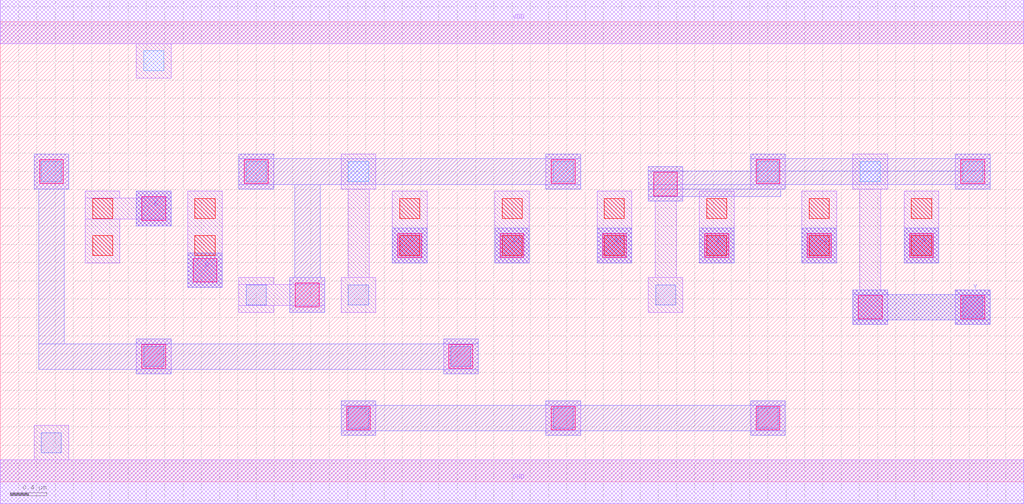
<source format=lef>
MACRO AOOAOAI22211
 CLASS CORE ;
 FOREIGN AOOAOAI22211 0 0 ;
 SIZE 11.200000000000001 BY 5.04 ;
 ORIGIN 0 0 ;
 SYMMETRY X Y R90 ;
 SITE unit ;
  PIN VDD
   DIRECTION INOUT ;
   USE POWER ;
   SHAPE ABUTMENT ;
    PORT
     CLASS CORE ;
       LAYER met1 ;
        RECT 0.00000000 4.80000000 11.20000000 5.28000000 ;
    END
  END VDD

  PIN GND
   DIRECTION INOUT ;
   USE POWER ;
   SHAPE ABUTMENT ;
    PORT
     CLASS CORE ;
       LAYER met1 ;
        RECT 0.00000000 -0.24000000 11.20000000 0.24000000 ;
    END
  END GND

  PIN Y
   DIRECTION INOUT ;
   USE SIGNAL ;
   SHAPE ABUTMENT ;
    PORT
     CLASS CORE ;
       LAYER met2 ;
        RECT 9.33000000 1.72200000 9.71000000 1.77200000 ;
        RECT 10.45000000 1.72200000 10.83000000 1.77200000 ;
        RECT 9.33000000 1.77200000 10.83000000 2.05200000 ;
        RECT 9.33000000 2.05200000 9.71000000 2.10200000 ;
        RECT 10.45000000 2.05200000 10.83000000 2.10200000 ;
    END
  END Y

  PIN B
   DIRECTION INOUT ;
   USE SIGNAL ;
   SHAPE ABUTMENT ;
    PORT
     CLASS CORE ;
       LAYER met2 ;
        RECT 7.65000000 2.39700000 8.03000000 2.77700000 ;
    END
  END B

  PIN C1
   DIRECTION INOUT ;
   USE SIGNAL ;
   SHAPE ABUTMENT ;
    PORT
     CLASS CORE ;
       LAYER met2 ;
        RECT 5.41000000 2.39700000 5.79000000 2.77700000 ;
    END
  END C1

  PIN C
   DIRECTION INOUT ;
   USE SIGNAL ;
   SHAPE ABUTMENT ;
    PORT
     CLASS CORE ;
       LAYER met2 ;
        RECT 4.29000000 2.39700000 4.67000000 2.77700000 ;
    END
  END C

  PIN D
   DIRECTION INOUT ;
   USE SIGNAL ;
   SHAPE ABUTMENT ;
    PORT
     CLASS CORE ;
       LAYER met2 ;
        RECT 2.05000000 2.12700000 2.43000000 2.50700000 ;
    END
  END D

  PIN A1
   DIRECTION INOUT ;
   USE SIGNAL ;
   SHAPE ABUTMENT ;
    PORT
     CLASS CORE ;
       LAYER met2 ;
        RECT 8.77000000 2.39700000 9.15000000 2.77700000 ;
    END
  END A1

  PIN B1
   DIRECTION INOUT ;
   USE SIGNAL ;
   SHAPE ABUTMENT ;
    PORT
     CLASS CORE ;
       LAYER met2 ;
        RECT 6.53000000 2.39700000 6.91000000 2.77700000 ;
    END
  END B1

  PIN A
   DIRECTION INOUT ;
   USE SIGNAL ;
   SHAPE ABUTMENT ;
    PORT
     CLASS CORE ;
       LAYER met2 ;
        RECT 9.89000000 2.39700000 10.27000000 2.77700000 ;
    END
  END A

  PIN E
   DIRECTION INOUT ;
   USE SIGNAL ;
   SHAPE ABUTMENT ;
    PORT
     CLASS CORE ;
       LAYER met2 ;
        RECT 1.49000000 2.80200000 1.87000000 3.18200000 ;
    END
  END E

 OBS
    LAYER polycont ;
     RECT 1.01000000 2.47700000 1.23000000 2.69700000 ;
     RECT 2.13000000 2.47700000 2.35000000 2.69700000 ;
     RECT 4.37000000 2.47700000 4.59000000 2.69700000 ;
     RECT 5.49000000 2.47700000 5.71000000 2.69700000 ;
     RECT 6.61000000 2.47700000 6.83000000 2.69700000 ;
     RECT 7.73000000 2.47700000 7.95000000 2.69700000 ;
     RECT 8.85000000 2.47700000 9.07000000 2.69700000 ;
     RECT 9.97000000 2.47700000 10.19000000 2.69700000 ;
     RECT 1.01000000 2.88200000 1.23000000 3.10200000 ;
     RECT 2.13000000 2.88200000 2.35000000 3.10200000 ;
     RECT 4.37000000 2.88200000 4.59000000 3.10200000 ;
     RECT 5.49000000 2.88200000 5.71000000 3.10200000 ;
     RECT 6.61000000 2.88200000 6.83000000 3.10200000 ;
     RECT 7.73000000 2.88200000 7.95000000 3.10200000 ;
     RECT 8.85000000 2.88200000 9.07000000 3.10200000 ;
     RECT 9.97000000 2.88200000 10.19000000 3.10200000 ;

    LAYER pdiffc ;
     RECT 0.45000000 3.28700000 0.67000000 3.50700000 ;
     RECT 2.69000000 3.28700000 2.91000000 3.50700000 ;
     RECT 3.81000000 3.28700000 4.03000000 3.50700000 ;
     RECT 6.05000000 3.28700000 6.27000000 3.50700000 ;
     RECT 8.29000000 3.28700000 8.51000000 3.50700000 ;
     RECT 9.41000000 3.28700000 9.63000000 3.50700000 ;
     RECT 10.53000000 3.28700000 10.75000000 3.50700000 ;
     RECT 1.57000000 4.50200000 1.79000000 4.72200000 ;

    LAYER ndiffc ;
     RECT 0.45000000 0.31700000 0.67000000 0.53700000 ;
     RECT 3.81000000 0.58700000 4.03000000 0.80700000 ;
     RECT 6.05000000 0.58700000 6.27000000 0.80700000 ;
     RECT 8.29000000 0.58700000 8.51000000 0.80700000 ;
     RECT 1.57000000 1.26200000 1.79000000 1.48200000 ;
     RECT 4.93000000 1.26200000 5.15000000 1.48200000 ;
     RECT 10.53000000 1.80200000 10.75000000 2.02200000 ;
     RECT 2.69000000 1.93700000 2.91000000 2.15700000 ;
     RECT 3.81000000 1.93700000 4.03000000 2.15700000 ;
     RECT 7.17000000 1.93700000 7.39000000 2.15700000 ;

    LAYER met1 ;
     RECT 0.00000000 -0.24000000 11.20000000 0.24000000 ;
     RECT 0.37000000 0.24000000 0.75000000 0.61700000 ;
     RECT 3.73000000 0.50700000 4.11000000 0.88700000 ;
     RECT 5.97000000 0.50700000 6.35000000 0.88700000 ;
     RECT 8.21000000 0.50700000 8.59000000 0.88700000 ;
     RECT 1.49000000 1.18200000 1.87000000 1.56200000 ;
     RECT 4.85000000 1.18200000 5.23000000 1.56200000 ;
     RECT 10.45000000 1.72200000 10.83000000 2.10200000 ;
     RECT 2.61000000 1.85700000 2.99000000 1.93200000 ;
     RECT 3.17000000 1.85700000 3.55000000 1.93200000 ;
     RECT 2.61000000 1.93200000 3.55000000 2.16200000 ;
     RECT 2.61000000 2.16200000 2.99000000 2.23700000 ;
     RECT 3.17000000 2.16200000 3.55000000 2.23700000 ;
     RECT 0.93000000 2.39700000 1.31000000 2.87700000 ;
     RECT 1.49000000 2.80200000 1.87000000 2.87700000 ;
     RECT 0.93000000 2.87700000 1.87000000 3.10700000 ;
     RECT 0.93000000 3.10700000 1.31000000 3.18200000 ;
     RECT 1.49000000 3.10700000 1.87000000 3.18200000 ;
     RECT 2.05000000 2.12700000 2.43000000 3.18200000 ;
     RECT 4.29000000 2.39700000 4.67000000 3.18200000 ;
     RECT 5.41000000 2.39700000 5.79000000 3.18200000 ;
     RECT 6.53000000 2.39700000 6.91000000 3.18200000 ;
     RECT 7.65000000 2.39700000 8.03000000 3.18200000 ;
     RECT 8.77000000 2.39700000 9.15000000 3.18200000 ;
     RECT 9.89000000 2.39700000 10.27000000 3.18200000 ;
     RECT 7.09000000 1.85700000 7.47000000 2.23700000 ;
     RECT 7.16500000 2.23700000 7.39500000 3.07200000 ;
     RECT 7.09000000 3.07200000 7.47000000 3.45200000 ;
     RECT 0.37000000 3.20700000 0.75000000 3.58700000 ;
     RECT 2.61000000 3.20700000 2.99000000 3.58700000 ;
     RECT 3.73000000 1.85700000 4.11000000 2.23700000 ;
     RECT 3.80500000 2.23700000 4.03500000 3.20700000 ;
     RECT 3.73000000 3.20700000 4.11000000 3.58700000 ;
     RECT 5.97000000 3.20700000 6.35000000 3.58700000 ;
     RECT 8.21000000 3.20700000 8.59000000 3.58700000 ;
     RECT 9.33000000 1.72200000 9.71000000 2.10200000 ;
     RECT 9.40500000 2.10200000 9.63500000 3.20700000 ;
     RECT 9.33000000 3.20700000 9.71000000 3.58700000 ;
     RECT 10.45000000 3.20700000 10.83000000 3.58700000 ;
     RECT 1.49000000 4.42200000 1.87000000 4.80000000 ;
     RECT 0.00000000 4.80000000 11.20000000 5.28000000 ;

    LAYER via1 ;
     RECT 3.79000000 0.56700000 4.05000000 0.82700000 ;
     RECT 6.03000000 0.56700000 6.29000000 0.82700000 ;
     RECT 8.27000000 0.56700000 8.53000000 0.82700000 ;
     RECT 1.55000000 1.24200000 1.81000000 1.50200000 ;
     RECT 4.91000000 1.24200000 5.17000000 1.50200000 ;
     RECT 9.39000000 1.78200000 9.65000000 2.04200000 ;
     RECT 10.51000000 1.78200000 10.77000000 2.04200000 ;
     RECT 3.23000000 1.91700000 3.49000000 2.17700000 ;
     RECT 2.11000000 2.18700000 2.37000000 2.44700000 ;
     RECT 4.35000000 2.45700000 4.61000000 2.71700000 ;
     RECT 5.47000000 2.45700000 5.73000000 2.71700000 ;
     RECT 6.59000000 2.45700000 6.85000000 2.71700000 ;
     RECT 7.71000000 2.45700000 7.97000000 2.71700000 ;
     RECT 8.83000000 2.45700000 9.09000000 2.71700000 ;
     RECT 9.95000000 2.45700000 10.21000000 2.71700000 ;
     RECT 1.55000000 2.86200000 1.81000000 3.12200000 ;
     RECT 7.15000000 3.13200000 7.41000000 3.39200000 ;
     RECT 0.43000000 3.26700000 0.69000000 3.52700000 ;
     RECT 2.67000000 3.26700000 2.93000000 3.52700000 ;
     RECT 6.03000000 3.26700000 6.29000000 3.52700000 ;
     RECT 8.27000000 3.26700000 8.53000000 3.52700000 ;
     RECT 10.51000000 3.26700000 10.77000000 3.52700000 ;

    LAYER met2 ;
     RECT 3.73000000 0.50700000 4.11000000 0.55700000 ;
     RECT 5.97000000 0.50700000 6.35000000 0.55700000 ;
     RECT 8.21000000 0.50700000 8.59000000 0.55700000 ;
     RECT 3.73000000 0.55700000 8.59000000 0.83700000 ;
     RECT 3.73000000 0.83700000 4.11000000 0.88700000 ;
     RECT 5.97000000 0.83700000 6.35000000 0.88700000 ;
     RECT 8.21000000 0.83700000 8.59000000 0.88700000 ;
     RECT 9.33000000 1.72200000 9.71000000 1.77200000 ;
     RECT 10.45000000 1.72200000 10.83000000 1.77200000 ;
     RECT 9.33000000 1.77200000 10.83000000 2.05200000 ;
     RECT 9.33000000 2.05200000 9.71000000 2.10200000 ;
     RECT 10.45000000 2.05200000 10.83000000 2.10200000 ;
     RECT 2.05000000 2.12700000 2.43000000 2.50700000 ;
     RECT 4.29000000 2.39700000 4.67000000 2.77700000 ;
     RECT 5.41000000 2.39700000 5.79000000 2.77700000 ;
     RECT 6.53000000 2.39700000 6.91000000 2.77700000 ;
     RECT 7.65000000 2.39700000 8.03000000 2.77700000 ;
     RECT 8.77000000 2.39700000 9.15000000 2.77700000 ;
     RECT 9.89000000 2.39700000 10.27000000 2.77700000 ;
     RECT 1.49000000 2.80200000 1.87000000 3.18200000 ;
     RECT 1.49000000 1.18200000 1.87000000 1.23200000 ;
     RECT 4.85000000 1.18200000 5.23000000 1.23200000 ;
     RECT 0.42000000 1.23200000 5.23000000 1.51200000 ;
     RECT 1.49000000 1.51200000 1.87000000 1.56200000 ;
     RECT 4.85000000 1.51200000 5.23000000 1.56200000 ;
     RECT 0.42000000 1.51200000 0.70000000 3.20700000 ;
     RECT 0.37000000 3.20700000 0.75000000 3.58700000 ;
     RECT 3.17000000 1.85700000 3.55000000 2.23700000 ;
     RECT 2.61000000 3.20700000 2.99000000 3.25700000 ;
     RECT 3.22000000 2.23700000 3.50000000 3.25700000 ;
     RECT 5.97000000 3.20700000 6.35000000 3.25700000 ;
     RECT 2.61000000 3.25700000 6.35000000 3.53700000 ;
     RECT 2.61000000 3.53700000 2.99000000 3.58700000 ;
     RECT 5.97000000 3.53700000 6.35000000 3.58700000 ;
     RECT 7.09000000 3.07200000 7.47000000 3.12200000 ;
     RECT 7.09000000 3.12200000 8.54000000 3.20700000 ;
     RECT 7.09000000 3.20700000 8.59000000 3.25700000 ;
     RECT 10.45000000 3.20700000 10.83000000 3.25700000 ;
     RECT 7.09000000 3.25700000 10.83000000 3.40200000 ;
     RECT 7.09000000 3.40200000 7.47000000 3.45200000 ;
     RECT 8.21000000 3.40200000 10.83000000 3.53700000 ;
     RECT 8.21000000 3.53700000 8.59000000 3.58700000 ;
     RECT 10.45000000 3.53700000 10.83000000 3.58700000 ;

 END
END AOOAOAI22211

</source>
